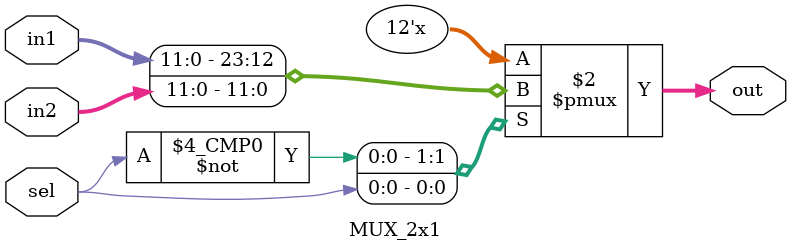
<source format=v>
module MUX_2x1 #(parameter  data_width=12) 
(
    input   wire [data_width-1:0]          in1,
    input   wire [data_width-1:0]          in2,
    input   wire                           sel,
    output  reg  [data_width-1:0]          out
);

always @(*) 
 begin
   case (sel)
        1'b0: out=in1;
        1'b1: out=in2;
     default: out=in1;
        
   endcase    
 end   
endmodule
</source>
